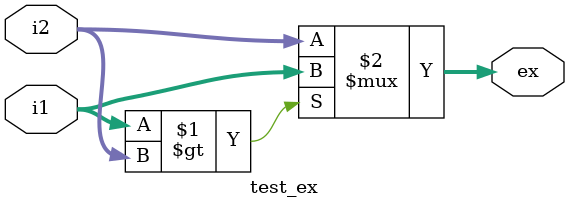
<source format=v>
module test_ex (i1, i2, ex);
input [7:0] i1, i2;

output [7:0] ex;

wire [7:0] ex;

assign ex = (i1 > i2) ? i1 : i2;
endmodule
</source>
